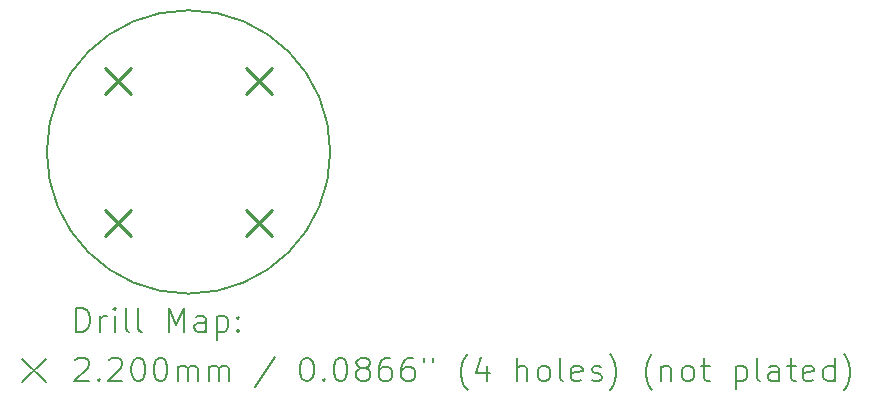
<source format=gbr>
%TF.GenerationSoftware,KiCad,Pcbnew,7.0.6-0*%
%TF.CreationDate,2024-07-04T16:38:05+08:00*%
%TF.ProjectId,led2835,6c656432-3833-4352-9e6b-696361645f70,rev?*%
%TF.SameCoordinates,Original*%
%TF.FileFunction,Drillmap*%
%TF.FilePolarity,Positive*%
%FSLAX45Y45*%
G04 Gerber Fmt 4.5, Leading zero omitted, Abs format (unit mm)*
G04 Created by KiCad (PCBNEW 7.0.6-0) date 2024-07-04 16:38:05*
%MOMM*%
%LPD*%
G01*
G04 APERTURE LIST*
%ADD10C,0.200000*%
%ADD11C,0.220000*%
G04 APERTURE END LIST*
D10*
X16200000Y-10000000D02*
G75*
G03*
X16200000Y-10000000I-1200000J0D01*
G01*
D11*
X14290000Y-9290000D02*
X14510000Y-9510000D01*
X14510000Y-9290000D02*
X14290000Y-9510000D01*
X14290000Y-10490000D02*
X14510000Y-10710000D01*
X14510000Y-10490000D02*
X14290000Y-10710000D01*
X15490000Y-9290000D02*
X15710000Y-9510000D01*
X15710000Y-9290000D02*
X15490000Y-9510000D01*
X15490000Y-10490000D02*
X15710000Y-10710000D01*
X15710000Y-10490000D02*
X15490000Y-10710000D01*
D10*
X14050777Y-11521484D02*
X14050777Y-11321484D01*
X14050777Y-11321484D02*
X14098396Y-11321484D01*
X14098396Y-11321484D02*
X14126967Y-11331008D01*
X14126967Y-11331008D02*
X14146015Y-11350055D01*
X14146015Y-11350055D02*
X14155539Y-11369103D01*
X14155539Y-11369103D02*
X14165062Y-11407198D01*
X14165062Y-11407198D02*
X14165062Y-11435769D01*
X14165062Y-11435769D02*
X14155539Y-11473865D01*
X14155539Y-11473865D02*
X14146015Y-11492912D01*
X14146015Y-11492912D02*
X14126967Y-11511960D01*
X14126967Y-11511960D02*
X14098396Y-11521484D01*
X14098396Y-11521484D02*
X14050777Y-11521484D01*
X14250777Y-11521484D02*
X14250777Y-11388150D01*
X14250777Y-11426246D02*
X14260301Y-11407198D01*
X14260301Y-11407198D02*
X14269824Y-11397674D01*
X14269824Y-11397674D02*
X14288872Y-11388150D01*
X14288872Y-11388150D02*
X14307920Y-11388150D01*
X14374586Y-11521484D02*
X14374586Y-11388150D01*
X14374586Y-11321484D02*
X14365062Y-11331008D01*
X14365062Y-11331008D02*
X14374586Y-11340531D01*
X14374586Y-11340531D02*
X14384110Y-11331008D01*
X14384110Y-11331008D02*
X14374586Y-11321484D01*
X14374586Y-11321484D02*
X14374586Y-11340531D01*
X14498396Y-11521484D02*
X14479348Y-11511960D01*
X14479348Y-11511960D02*
X14469824Y-11492912D01*
X14469824Y-11492912D02*
X14469824Y-11321484D01*
X14603158Y-11521484D02*
X14584110Y-11511960D01*
X14584110Y-11511960D02*
X14574586Y-11492912D01*
X14574586Y-11492912D02*
X14574586Y-11321484D01*
X14831729Y-11521484D02*
X14831729Y-11321484D01*
X14831729Y-11321484D02*
X14898396Y-11464341D01*
X14898396Y-11464341D02*
X14965062Y-11321484D01*
X14965062Y-11321484D02*
X14965062Y-11521484D01*
X15146015Y-11521484D02*
X15146015Y-11416722D01*
X15146015Y-11416722D02*
X15136491Y-11397674D01*
X15136491Y-11397674D02*
X15117443Y-11388150D01*
X15117443Y-11388150D02*
X15079348Y-11388150D01*
X15079348Y-11388150D02*
X15060301Y-11397674D01*
X15146015Y-11511960D02*
X15126967Y-11521484D01*
X15126967Y-11521484D02*
X15079348Y-11521484D01*
X15079348Y-11521484D02*
X15060301Y-11511960D01*
X15060301Y-11511960D02*
X15050777Y-11492912D01*
X15050777Y-11492912D02*
X15050777Y-11473865D01*
X15050777Y-11473865D02*
X15060301Y-11454817D01*
X15060301Y-11454817D02*
X15079348Y-11445293D01*
X15079348Y-11445293D02*
X15126967Y-11445293D01*
X15126967Y-11445293D02*
X15146015Y-11435769D01*
X15241253Y-11388150D02*
X15241253Y-11588150D01*
X15241253Y-11397674D02*
X15260301Y-11388150D01*
X15260301Y-11388150D02*
X15298396Y-11388150D01*
X15298396Y-11388150D02*
X15317443Y-11397674D01*
X15317443Y-11397674D02*
X15326967Y-11407198D01*
X15326967Y-11407198D02*
X15336491Y-11426246D01*
X15336491Y-11426246D02*
X15336491Y-11483388D01*
X15336491Y-11483388D02*
X15326967Y-11502436D01*
X15326967Y-11502436D02*
X15317443Y-11511960D01*
X15317443Y-11511960D02*
X15298396Y-11521484D01*
X15298396Y-11521484D02*
X15260301Y-11521484D01*
X15260301Y-11521484D02*
X15241253Y-11511960D01*
X15422205Y-11502436D02*
X15431729Y-11511960D01*
X15431729Y-11511960D02*
X15422205Y-11521484D01*
X15422205Y-11521484D02*
X15412682Y-11511960D01*
X15412682Y-11511960D02*
X15422205Y-11502436D01*
X15422205Y-11502436D02*
X15422205Y-11521484D01*
X15422205Y-11397674D02*
X15431729Y-11407198D01*
X15431729Y-11407198D02*
X15422205Y-11416722D01*
X15422205Y-11416722D02*
X15412682Y-11407198D01*
X15412682Y-11407198D02*
X15422205Y-11397674D01*
X15422205Y-11397674D02*
X15422205Y-11416722D01*
X13590000Y-11750000D02*
X13790000Y-11950000D01*
X13790000Y-11750000D02*
X13590000Y-11950000D01*
X14041253Y-11760531D02*
X14050777Y-11751008D01*
X14050777Y-11751008D02*
X14069824Y-11741484D01*
X14069824Y-11741484D02*
X14117443Y-11741484D01*
X14117443Y-11741484D02*
X14136491Y-11751008D01*
X14136491Y-11751008D02*
X14146015Y-11760531D01*
X14146015Y-11760531D02*
X14155539Y-11779579D01*
X14155539Y-11779579D02*
X14155539Y-11798627D01*
X14155539Y-11798627D02*
X14146015Y-11827198D01*
X14146015Y-11827198D02*
X14031729Y-11941484D01*
X14031729Y-11941484D02*
X14155539Y-11941484D01*
X14241253Y-11922436D02*
X14250777Y-11931960D01*
X14250777Y-11931960D02*
X14241253Y-11941484D01*
X14241253Y-11941484D02*
X14231729Y-11931960D01*
X14231729Y-11931960D02*
X14241253Y-11922436D01*
X14241253Y-11922436D02*
X14241253Y-11941484D01*
X14326967Y-11760531D02*
X14336491Y-11751008D01*
X14336491Y-11751008D02*
X14355539Y-11741484D01*
X14355539Y-11741484D02*
X14403158Y-11741484D01*
X14403158Y-11741484D02*
X14422205Y-11751008D01*
X14422205Y-11751008D02*
X14431729Y-11760531D01*
X14431729Y-11760531D02*
X14441253Y-11779579D01*
X14441253Y-11779579D02*
X14441253Y-11798627D01*
X14441253Y-11798627D02*
X14431729Y-11827198D01*
X14431729Y-11827198D02*
X14317443Y-11941484D01*
X14317443Y-11941484D02*
X14441253Y-11941484D01*
X14565062Y-11741484D02*
X14584110Y-11741484D01*
X14584110Y-11741484D02*
X14603158Y-11751008D01*
X14603158Y-11751008D02*
X14612682Y-11760531D01*
X14612682Y-11760531D02*
X14622205Y-11779579D01*
X14622205Y-11779579D02*
X14631729Y-11817674D01*
X14631729Y-11817674D02*
X14631729Y-11865293D01*
X14631729Y-11865293D02*
X14622205Y-11903388D01*
X14622205Y-11903388D02*
X14612682Y-11922436D01*
X14612682Y-11922436D02*
X14603158Y-11931960D01*
X14603158Y-11931960D02*
X14584110Y-11941484D01*
X14584110Y-11941484D02*
X14565062Y-11941484D01*
X14565062Y-11941484D02*
X14546015Y-11931960D01*
X14546015Y-11931960D02*
X14536491Y-11922436D01*
X14536491Y-11922436D02*
X14526967Y-11903388D01*
X14526967Y-11903388D02*
X14517443Y-11865293D01*
X14517443Y-11865293D02*
X14517443Y-11817674D01*
X14517443Y-11817674D02*
X14526967Y-11779579D01*
X14526967Y-11779579D02*
X14536491Y-11760531D01*
X14536491Y-11760531D02*
X14546015Y-11751008D01*
X14546015Y-11751008D02*
X14565062Y-11741484D01*
X14755539Y-11741484D02*
X14774586Y-11741484D01*
X14774586Y-11741484D02*
X14793634Y-11751008D01*
X14793634Y-11751008D02*
X14803158Y-11760531D01*
X14803158Y-11760531D02*
X14812682Y-11779579D01*
X14812682Y-11779579D02*
X14822205Y-11817674D01*
X14822205Y-11817674D02*
X14822205Y-11865293D01*
X14822205Y-11865293D02*
X14812682Y-11903388D01*
X14812682Y-11903388D02*
X14803158Y-11922436D01*
X14803158Y-11922436D02*
X14793634Y-11931960D01*
X14793634Y-11931960D02*
X14774586Y-11941484D01*
X14774586Y-11941484D02*
X14755539Y-11941484D01*
X14755539Y-11941484D02*
X14736491Y-11931960D01*
X14736491Y-11931960D02*
X14726967Y-11922436D01*
X14726967Y-11922436D02*
X14717443Y-11903388D01*
X14717443Y-11903388D02*
X14707920Y-11865293D01*
X14707920Y-11865293D02*
X14707920Y-11817674D01*
X14707920Y-11817674D02*
X14717443Y-11779579D01*
X14717443Y-11779579D02*
X14726967Y-11760531D01*
X14726967Y-11760531D02*
X14736491Y-11751008D01*
X14736491Y-11751008D02*
X14755539Y-11741484D01*
X14907920Y-11941484D02*
X14907920Y-11808150D01*
X14907920Y-11827198D02*
X14917443Y-11817674D01*
X14917443Y-11817674D02*
X14936491Y-11808150D01*
X14936491Y-11808150D02*
X14965063Y-11808150D01*
X14965063Y-11808150D02*
X14984110Y-11817674D01*
X14984110Y-11817674D02*
X14993634Y-11836722D01*
X14993634Y-11836722D02*
X14993634Y-11941484D01*
X14993634Y-11836722D02*
X15003158Y-11817674D01*
X15003158Y-11817674D02*
X15022205Y-11808150D01*
X15022205Y-11808150D02*
X15050777Y-11808150D01*
X15050777Y-11808150D02*
X15069824Y-11817674D01*
X15069824Y-11817674D02*
X15079348Y-11836722D01*
X15079348Y-11836722D02*
X15079348Y-11941484D01*
X15174586Y-11941484D02*
X15174586Y-11808150D01*
X15174586Y-11827198D02*
X15184110Y-11817674D01*
X15184110Y-11817674D02*
X15203158Y-11808150D01*
X15203158Y-11808150D02*
X15231729Y-11808150D01*
X15231729Y-11808150D02*
X15250777Y-11817674D01*
X15250777Y-11817674D02*
X15260301Y-11836722D01*
X15260301Y-11836722D02*
X15260301Y-11941484D01*
X15260301Y-11836722D02*
X15269824Y-11817674D01*
X15269824Y-11817674D02*
X15288872Y-11808150D01*
X15288872Y-11808150D02*
X15317443Y-11808150D01*
X15317443Y-11808150D02*
X15336491Y-11817674D01*
X15336491Y-11817674D02*
X15346015Y-11836722D01*
X15346015Y-11836722D02*
X15346015Y-11941484D01*
X15736491Y-11731960D02*
X15565063Y-11989103D01*
X15993634Y-11741484D02*
X16012682Y-11741484D01*
X16012682Y-11741484D02*
X16031729Y-11751008D01*
X16031729Y-11751008D02*
X16041253Y-11760531D01*
X16041253Y-11760531D02*
X16050777Y-11779579D01*
X16050777Y-11779579D02*
X16060301Y-11817674D01*
X16060301Y-11817674D02*
X16060301Y-11865293D01*
X16060301Y-11865293D02*
X16050777Y-11903388D01*
X16050777Y-11903388D02*
X16041253Y-11922436D01*
X16041253Y-11922436D02*
X16031729Y-11931960D01*
X16031729Y-11931960D02*
X16012682Y-11941484D01*
X16012682Y-11941484D02*
X15993634Y-11941484D01*
X15993634Y-11941484D02*
X15974586Y-11931960D01*
X15974586Y-11931960D02*
X15965063Y-11922436D01*
X15965063Y-11922436D02*
X15955539Y-11903388D01*
X15955539Y-11903388D02*
X15946015Y-11865293D01*
X15946015Y-11865293D02*
X15946015Y-11817674D01*
X15946015Y-11817674D02*
X15955539Y-11779579D01*
X15955539Y-11779579D02*
X15965063Y-11760531D01*
X15965063Y-11760531D02*
X15974586Y-11751008D01*
X15974586Y-11751008D02*
X15993634Y-11741484D01*
X16146015Y-11922436D02*
X16155539Y-11931960D01*
X16155539Y-11931960D02*
X16146015Y-11941484D01*
X16146015Y-11941484D02*
X16136491Y-11931960D01*
X16136491Y-11931960D02*
X16146015Y-11922436D01*
X16146015Y-11922436D02*
X16146015Y-11941484D01*
X16279348Y-11741484D02*
X16298396Y-11741484D01*
X16298396Y-11741484D02*
X16317444Y-11751008D01*
X16317444Y-11751008D02*
X16326967Y-11760531D01*
X16326967Y-11760531D02*
X16336491Y-11779579D01*
X16336491Y-11779579D02*
X16346015Y-11817674D01*
X16346015Y-11817674D02*
X16346015Y-11865293D01*
X16346015Y-11865293D02*
X16336491Y-11903388D01*
X16336491Y-11903388D02*
X16326967Y-11922436D01*
X16326967Y-11922436D02*
X16317444Y-11931960D01*
X16317444Y-11931960D02*
X16298396Y-11941484D01*
X16298396Y-11941484D02*
X16279348Y-11941484D01*
X16279348Y-11941484D02*
X16260301Y-11931960D01*
X16260301Y-11931960D02*
X16250777Y-11922436D01*
X16250777Y-11922436D02*
X16241253Y-11903388D01*
X16241253Y-11903388D02*
X16231729Y-11865293D01*
X16231729Y-11865293D02*
X16231729Y-11817674D01*
X16231729Y-11817674D02*
X16241253Y-11779579D01*
X16241253Y-11779579D02*
X16250777Y-11760531D01*
X16250777Y-11760531D02*
X16260301Y-11751008D01*
X16260301Y-11751008D02*
X16279348Y-11741484D01*
X16460301Y-11827198D02*
X16441253Y-11817674D01*
X16441253Y-11817674D02*
X16431729Y-11808150D01*
X16431729Y-11808150D02*
X16422206Y-11789103D01*
X16422206Y-11789103D02*
X16422206Y-11779579D01*
X16422206Y-11779579D02*
X16431729Y-11760531D01*
X16431729Y-11760531D02*
X16441253Y-11751008D01*
X16441253Y-11751008D02*
X16460301Y-11741484D01*
X16460301Y-11741484D02*
X16498396Y-11741484D01*
X16498396Y-11741484D02*
X16517444Y-11751008D01*
X16517444Y-11751008D02*
X16526967Y-11760531D01*
X16526967Y-11760531D02*
X16536491Y-11779579D01*
X16536491Y-11779579D02*
X16536491Y-11789103D01*
X16536491Y-11789103D02*
X16526967Y-11808150D01*
X16526967Y-11808150D02*
X16517444Y-11817674D01*
X16517444Y-11817674D02*
X16498396Y-11827198D01*
X16498396Y-11827198D02*
X16460301Y-11827198D01*
X16460301Y-11827198D02*
X16441253Y-11836722D01*
X16441253Y-11836722D02*
X16431729Y-11846246D01*
X16431729Y-11846246D02*
X16422206Y-11865293D01*
X16422206Y-11865293D02*
X16422206Y-11903388D01*
X16422206Y-11903388D02*
X16431729Y-11922436D01*
X16431729Y-11922436D02*
X16441253Y-11931960D01*
X16441253Y-11931960D02*
X16460301Y-11941484D01*
X16460301Y-11941484D02*
X16498396Y-11941484D01*
X16498396Y-11941484D02*
X16517444Y-11931960D01*
X16517444Y-11931960D02*
X16526967Y-11922436D01*
X16526967Y-11922436D02*
X16536491Y-11903388D01*
X16536491Y-11903388D02*
X16536491Y-11865293D01*
X16536491Y-11865293D02*
X16526967Y-11846246D01*
X16526967Y-11846246D02*
X16517444Y-11836722D01*
X16517444Y-11836722D02*
X16498396Y-11827198D01*
X16707920Y-11741484D02*
X16669825Y-11741484D01*
X16669825Y-11741484D02*
X16650777Y-11751008D01*
X16650777Y-11751008D02*
X16641253Y-11760531D01*
X16641253Y-11760531D02*
X16622206Y-11789103D01*
X16622206Y-11789103D02*
X16612682Y-11827198D01*
X16612682Y-11827198D02*
X16612682Y-11903388D01*
X16612682Y-11903388D02*
X16622206Y-11922436D01*
X16622206Y-11922436D02*
X16631729Y-11931960D01*
X16631729Y-11931960D02*
X16650777Y-11941484D01*
X16650777Y-11941484D02*
X16688872Y-11941484D01*
X16688872Y-11941484D02*
X16707920Y-11931960D01*
X16707920Y-11931960D02*
X16717444Y-11922436D01*
X16717444Y-11922436D02*
X16726967Y-11903388D01*
X16726967Y-11903388D02*
X16726967Y-11855769D01*
X16726967Y-11855769D02*
X16717444Y-11836722D01*
X16717444Y-11836722D02*
X16707920Y-11827198D01*
X16707920Y-11827198D02*
X16688872Y-11817674D01*
X16688872Y-11817674D02*
X16650777Y-11817674D01*
X16650777Y-11817674D02*
X16631729Y-11827198D01*
X16631729Y-11827198D02*
X16622206Y-11836722D01*
X16622206Y-11836722D02*
X16612682Y-11855769D01*
X16898396Y-11741484D02*
X16860301Y-11741484D01*
X16860301Y-11741484D02*
X16841253Y-11751008D01*
X16841253Y-11751008D02*
X16831729Y-11760531D01*
X16831729Y-11760531D02*
X16812682Y-11789103D01*
X16812682Y-11789103D02*
X16803158Y-11827198D01*
X16803158Y-11827198D02*
X16803158Y-11903388D01*
X16803158Y-11903388D02*
X16812682Y-11922436D01*
X16812682Y-11922436D02*
X16822206Y-11931960D01*
X16822206Y-11931960D02*
X16841253Y-11941484D01*
X16841253Y-11941484D02*
X16879349Y-11941484D01*
X16879349Y-11941484D02*
X16898396Y-11931960D01*
X16898396Y-11931960D02*
X16907920Y-11922436D01*
X16907920Y-11922436D02*
X16917444Y-11903388D01*
X16917444Y-11903388D02*
X16917444Y-11855769D01*
X16917444Y-11855769D02*
X16907920Y-11836722D01*
X16907920Y-11836722D02*
X16898396Y-11827198D01*
X16898396Y-11827198D02*
X16879349Y-11817674D01*
X16879349Y-11817674D02*
X16841253Y-11817674D01*
X16841253Y-11817674D02*
X16822206Y-11827198D01*
X16822206Y-11827198D02*
X16812682Y-11836722D01*
X16812682Y-11836722D02*
X16803158Y-11855769D01*
X16993634Y-11741484D02*
X16993634Y-11779579D01*
X17069825Y-11741484D02*
X17069825Y-11779579D01*
X17365063Y-12017674D02*
X17355539Y-12008150D01*
X17355539Y-12008150D02*
X17336491Y-11979579D01*
X17336491Y-11979579D02*
X17326968Y-11960531D01*
X17326968Y-11960531D02*
X17317444Y-11931960D01*
X17317444Y-11931960D02*
X17307920Y-11884341D01*
X17307920Y-11884341D02*
X17307920Y-11846246D01*
X17307920Y-11846246D02*
X17317444Y-11798627D01*
X17317444Y-11798627D02*
X17326968Y-11770055D01*
X17326968Y-11770055D02*
X17336491Y-11751008D01*
X17336491Y-11751008D02*
X17355539Y-11722436D01*
X17355539Y-11722436D02*
X17365063Y-11712912D01*
X17526968Y-11808150D02*
X17526968Y-11941484D01*
X17479349Y-11731960D02*
X17431730Y-11874817D01*
X17431730Y-11874817D02*
X17555539Y-11874817D01*
X17784111Y-11941484D02*
X17784111Y-11741484D01*
X17869825Y-11941484D02*
X17869825Y-11836722D01*
X17869825Y-11836722D02*
X17860301Y-11817674D01*
X17860301Y-11817674D02*
X17841253Y-11808150D01*
X17841253Y-11808150D02*
X17812682Y-11808150D01*
X17812682Y-11808150D02*
X17793634Y-11817674D01*
X17793634Y-11817674D02*
X17784111Y-11827198D01*
X17993634Y-11941484D02*
X17974587Y-11931960D01*
X17974587Y-11931960D02*
X17965063Y-11922436D01*
X17965063Y-11922436D02*
X17955539Y-11903388D01*
X17955539Y-11903388D02*
X17955539Y-11846246D01*
X17955539Y-11846246D02*
X17965063Y-11827198D01*
X17965063Y-11827198D02*
X17974587Y-11817674D01*
X17974587Y-11817674D02*
X17993634Y-11808150D01*
X17993634Y-11808150D02*
X18022206Y-11808150D01*
X18022206Y-11808150D02*
X18041253Y-11817674D01*
X18041253Y-11817674D02*
X18050777Y-11827198D01*
X18050777Y-11827198D02*
X18060301Y-11846246D01*
X18060301Y-11846246D02*
X18060301Y-11903388D01*
X18060301Y-11903388D02*
X18050777Y-11922436D01*
X18050777Y-11922436D02*
X18041253Y-11931960D01*
X18041253Y-11931960D02*
X18022206Y-11941484D01*
X18022206Y-11941484D02*
X17993634Y-11941484D01*
X18174587Y-11941484D02*
X18155539Y-11931960D01*
X18155539Y-11931960D02*
X18146015Y-11912912D01*
X18146015Y-11912912D02*
X18146015Y-11741484D01*
X18326968Y-11931960D02*
X18307920Y-11941484D01*
X18307920Y-11941484D02*
X18269825Y-11941484D01*
X18269825Y-11941484D02*
X18250777Y-11931960D01*
X18250777Y-11931960D02*
X18241253Y-11912912D01*
X18241253Y-11912912D02*
X18241253Y-11836722D01*
X18241253Y-11836722D02*
X18250777Y-11817674D01*
X18250777Y-11817674D02*
X18269825Y-11808150D01*
X18269825Y-11808150D02*
X18307920Y-11808150D01*
X18307920Y-11808150D02*
X18326968Y-11817674D01*
X18326968Y-11817674D02*
X18336492Y-11836722D01*
X18336492Y-11836722D02*
X18336492Y-11855769D01*
X18336492Y-11855769D02*
X18241253Y-11874817D01*
X18412682Y-11931960D02*
X18431730Y-11941484D01*
X18431730Y-11941484D02*
X18469825Y-11941484D01*
X18469825Y-11941484D02*
X18488873Y-11931960D01*
X18488873Y-11931960D02*
X18498396Y-11912912D01*
X18498396Y-11912912D02*
X18498396Y-11903388D01*
X18498396Y-11903388D02*
X18488873Y-11884341D01*
X18488873Y-11884341D02*
X18469825Y-11874817D01*
X18469825Y-11874817D02*
X18441253Y-11874817D01*
X18441253Y-11874817D02*
X18422206Y-11865293D01*
X18422206Y-11865293D02*
X18412682Y-11846246D01*
X18412682Y-11846246D02*
X18412682Y-11836722D01*
X18412682Y-11836722D02*
X18422206Y-11817674D01*
X18422206Y-11817674D02*
X18441253Y-11808150D01*
X18441253Y-11808150D02*
X18469825Y-11808150D01*
X18469825Y-11808150D02*
X18488873Y-11817674D01*
X18565063Y-12017674D02*
X18574587Y-12008150D01*
X18574587Y-12008150D02*
X18593634Y-11979579D01*
X18593634Y-11979579D02*
X18603158Y-11960531D01*
X18603158Y-11960531D02*
X18612682Y-11931960D01*
X18612682Y-11931960D02*
X18622206Y-11884341D01*
X18622206Y-11884341D02*
X18622206Y-11846246D01*
X18622206Y-11846246D02*
X18612682Y-11798627D01*
X18612682Y-11798627D02*
X18603158Y-11770055D01*
X18603158Y-11770055D02*
X18593634Y-11751008D01*
X18593634Y-11751008D02*
X18574587Y-11722436D01*
X18574587Y-11722436D02*
X18565063Y-11712912D01*
X18926968Y-12017674D02*
X18917444Y-12008150D01*
X18917444Y-12008150D02*
X18898396Y-11979579D01*
X18898396Y-11979579D02*
X18888873Y-11960531D01*
X18888873Y-11960531D02*
X18879349Y-11931960D01*
X18879349Y-11931960D02*
X18869825Y-11884341D01*
X18869825Y-11884341D02*
X18869825Y-11846246D01*
X18869825Y-11846246D02*
X18879349Y-11798627D01*
X18879349Y-11798627D02*
X18888873Y-11770055D01*
X18888873Y-11770055D02*
X18898396Y-11751008D01*
X18898396Y-11751008D02*
X18917444Y-11722436D01*
X18917444Y-11722436D02*
X18926968Y-11712912D01*
X19003158Y-11808150D02*
X19003158Y-11941484D01*
X19003158Y-11827198D02*
X19012682Y-11817674D01*
X19012682Y-11817674D02*
X19031730Y-11808150D01*
X19031730Y-11808150D02*
X19060301Y-11808150D01*
X19060301Y-11808150D02*
X19079349Y-11817674D01*
X19079349Y-11817674D02*
X19088873Y-11836722D01*
X19088873Y-11836722D02*
X19088873Y-11941484D01*
X19212682Y-11941484D02*
X19193634Y-11931960D01*
X19193634Y-11931960D02*
X19184111Y-11922436D01*
X19184111Y-11922436D02*
X19174587Y-11903388D01*
X19174587Y-11903388D02*
X19174587Y-11846246D01*
X19174587Y-11846246D02*
X19184111Y-11827198D01*
X19184111Y-11827198D02*
X19193634Y-11817674D01*
X19193634Y-11817674D02*
X19212682Y-11808150D01*
X19212682Y-11808150D02*
X19241254Y-11808150D01*
X19241254Y-11808150D02*
X19260301Y-11817674D01*
X19260301Y-11817674D02*
X19269825Y-11827198D01*
X19269825Y-11827198D02*
X19279349Y-11846246D01*
X19279349Y-11846246D02*
X19279349Y-11903388D01*
X19279349Y-11903388D02*
X19269825Y-11922436D01*
X19269825Y-11922436D02*
X19260301Y-11931960D01*
X19260301Y-11931960D02*
X19241254Y-11941484D01*
X19241254Y-11941484D02*
X19212682Y-11941484D01*
X19336492Y-11808150D02*
X19412682Y-11808150D01*
X19365063Y-11741484D02*
X19365063Y-11912912D01*
X19365063Y-11912912D02*
X19374587Y-11931960D01*
X19374587Y-11931960D02*
X19393634Y-11941484D01*
X19393634Y-11941484D02*
X19412682Y-11941484D01*
X19631730Y-11808150D02*
X19631730Y-12008150D01*
X19631730Y-11817674D02*
X19650777Y-11808150D01*
X19650777Y-11808150D02*
X19688873Y-11808150D01*
X19688873Y-11808150D02*
X19707920Y-11817674D01*
X19707920Y-11817674D02*
X19717444Y-11827198D01*
X19717444Y-11827198D02*
X19726968Y-11846246D01*
X19726968Y-11846246D02*
X19726968Y-11903388D01*
X19726968Y-11903388D02*
X19717444Y-11922436D01*
X19717444Y-11922436D02*
X19707920Y-11931960D01*
X19707920Y-11931960D02*
X19688873Y-11941484D01*
X19688873Y-11941484D02*
X19650777Y-11941484D01*
X19650777Y-11941484D02*
X19631730Y-11931960D01*
X19841254Y-11941484D02*
X19822206Y-11931960D01*
X19822206Y-11931960D02*
X19812682Y-11912912D01*
X19812682Y-11912912D02*
X19812682Y-11741484D01*
X20003158Y-11941484D02*
X20003158Y-11836722D01*
X20003158Y-11836722D02*
X19993635Y-11817674D01*
X19993635Y-11817674D02*
X19974587Y-11808150D01*
X19974587Y-11808150D02*
X19936492Y-11808150D01*
X19936492Y-11808150D02*
X19917444Y-11817674D01*
X20003158Y-11931960D02*
X19984111Y-11941484D01*
X19984111Y-11941484D02*
X19936492Y-11941484D01*
X19936492Y-11941484D02*
X19917444Y-11931960D01*
X19917444Y-11931960D02*
X19907920Y-11912912D01*
X19907920Y-11912912D02*
X19907920Y-11893865D01*
X19907920Y-11893865D02*
X19917444Y-11874817D01*
X19917444Y-11874817D02*
X19936492Y-11865293D01*
X19936492Y-11865293D02*
X19984111Y-11865293D01*
X19984111Y-11865293D02*
X20003158Y-11855769D01*
X20069825Y-11808150D02*
X20146015Y-11808150D01*
X20098396Y-11741484D02*
X20098396Y-11912912D01*
X20098396Y-11912912D02*
X20107920Y-11931960D01*
X20107920Y-11931960D02*
X20126968Y-11941484D01*
X20126968Y-11941484D02*
X20146015Y-11941484D01*
X20288873Y-11931960D02*
X20269825Y-11941484D01*
X20269825Y-11941484D02*
X20231730Y-11941484D01*
X20231730Y-11941484D02*
X20212682Y-11931960D01*
X20212682Y-11931960D02*
X20203158Y-11912912D01*
X20203158Y-11912912D02*
X20203158Y-11836722D01*
X20203158Y-11836722D02*
X20212682Y-11817674D01*
X20212682Y-11817674D02*
X20231730Y-11808150D01*
X20231730Y-11808150D02*
X20269825Y-11808150D01*
X20269825Y-11808150D02*
X20288873Y-11817674D01*
X20288873Y-11817674D02*
X20298396Y-11836722D01*
X20298396Y-11836722D02*
X20298396Y-11855769D01*
X20298396Y-11855769D02*
X20203158Y-11874817D01*
X20469825Y-11941484D02*
X20469825Y-11741484D01*
X20469825Y-11931960D02*
X20450777Y-11941484D01*
X20450777Y-11941484D02*
X20412682Y-11941484D01*
X20412682Y-11941484D02*
X20393635Y-11931960D01*
X20393635Y-11931960D02*
X20384111Y-11922436D01*
X20384111Y-11922436D02*
X20374587Y-11903388D01*
X20374587Y-11903388D02*
X20374587Y-11846246D01*
X20374587Y-11846246D02*
X20384111Y-11827198D01*
X20384111Y-11827198D02*
X20393635Y-11817674D01*
X20393635Y-11817674D02*
X20412682Y-11808150D01*
X20412682Y-11808150D02*
X20450777Y-11808150D01*
X20450777Y-11808150D02*
X20469825Y-11817674D01*
X20546016Y-12017674D02*
X20555539Y-12008150D01*
X20555539Y-12008150D02*
X20574587Y-11979579D01*
X20574587Y-11979579D02*
X20584111Y-11960531D01*
X20584111Y-11960531D02*
X20593635Y-11931960D01*
X20593635Y-11931960D02*
X20603158Y-11884341D01*
X20603158Y-11884341D02*
X20603158Y-11846246D01*
X20603158Y-11846246D02*
X20593635Y-11798627D01*
X20593635Y-11798627D02*
X20584111Y-11770055D01*
X20584111Y-11770055D02*
X20574587Y-11751008D01*
X20574587Y-11751008D02*
X20555539Y-11722436D01*
X20555539Y-11722436D02*
X20546016Y-11712912D01*
M02*

</source>
